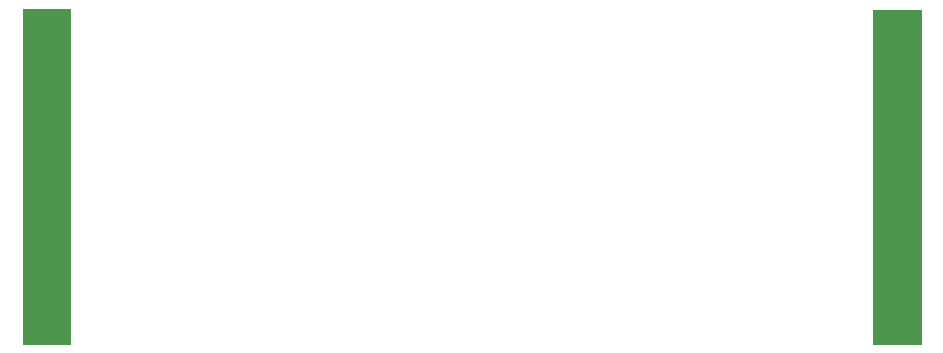
<source format=gbr>
%TF.GenerationSoftware,KiCad,Pcbnew,6.0.2-378541a8eb~116~ubuntu21.10.1*%
%TF.CreationDate,2022-03-01T19:57:36-08:00*%
%TF.ProjectId,cover_50x75,636f7665-725f-4353-9078-37352e6b6963,rev?*%
%TF.SameCoordinates,Original*%
%TF.FileFunction,Legend,Bot*%
%TF.FilePolarity,Positive*%
%FSLAX46Y46*%
G04 Gerber Fmt 4.6, Leading zero omitted, Abs format (unit mm)*
G04 Created by KiCad (PCBNEW 6.0.2-378541a8eb~116~ubuntu21.10.1) date 2022-03-01 19:57:36*
%MOMM*%
%LPD*%
G01*
G04 APERTURE LIST*
%ADD10C,0.100000*%
G04 APERTURE END LIST*
D10*
X226180000Y-99290000D02*
X222180000Y-99290000D01*
X222180000Y-99290000D02*
X222180000Y-70990000D01*
X222180000Y-70990000D02*
X226180000Y-70990000D01*
X226180000Y-70990000D02*
X226180000Y-99290000D01*
G36*
X226180000Y-99290000D02*
G01*
X222180000Y-99290000D01*
X222180000Y-70990000D01*
X226180000Y-70990000D01*
X226180000Y-99290000D01*
G37*
X226180000Y-99290000D02*
X222180000Y-99290000D01*
X222180000Y-70990000D01*
X226180000Y-70990000D01*
X226180000Y-99290000D01*
X154190000Y-99250000D02*
X150190000Y-99250000D01*
X150190000Y-99250000D02*
X150190000Y-70950000D01*
X150190000Y-70950000D02*
X154190000Y-70950000D01*
X154190000Y-70950000D02*
X154190000Y-99250000D01*
G36*
X154190000Y-99250000D02*
G01*
X150190000Y-99250000D01*
X150190000Y-70950000D01*
X154190000Y-70950000D01*
X154190000Y-99250000D01*
G37*
X154190000Y-99250000D02*
X150190000Y-99250000D01*
X150190000Y-70950000D01*
X154190000Y-70950000D01*
X154190000Y-99250000D01*
M02*

</source>
